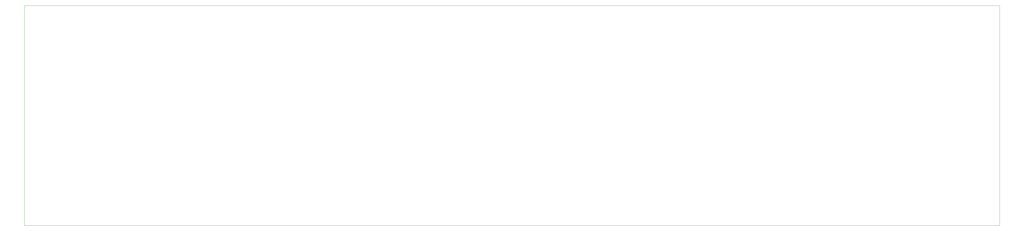
<source format=gm1>
G04 #@! TF.GenerationSoftware,KiCad,Pcbnew,8.0.3*
G04 #@! TF.CreationDate,2024-06-27T13:33:53-07:00*
G04 #@! TF.ProjectId,new midi keyboard,6e657720-6d69-4646-9920-6b6579626f61,rev?*
G04 #@! TF.SameCoordinates,Original*
G04 #@! TF.FileFunction,Profile,NP*
%FSLAX46Y46*%
G04 Gerber Fmt 4.6, Leading zero omitted, Abs format (unit mm)*
G04 Created by KiCad (PCBNEW 8.0.3) date 2024-06-27 13:33:53*
%MOMM*%
%LPD*%
G01*
G04 APERTURE LIST*
G04 #@! TA.AperFunction,Profile*
%ADD10C,0.050000*%
G04 #@! TD*
G04 APERTURE END LIST*
D10*
X36177000Y-51595000D02*
X405309500Y-51595000D01*
X405309500Y-134947500D01*
X36177000Y-134947500D01*
X36177000Y-51595000D01*
M02*

</source>
